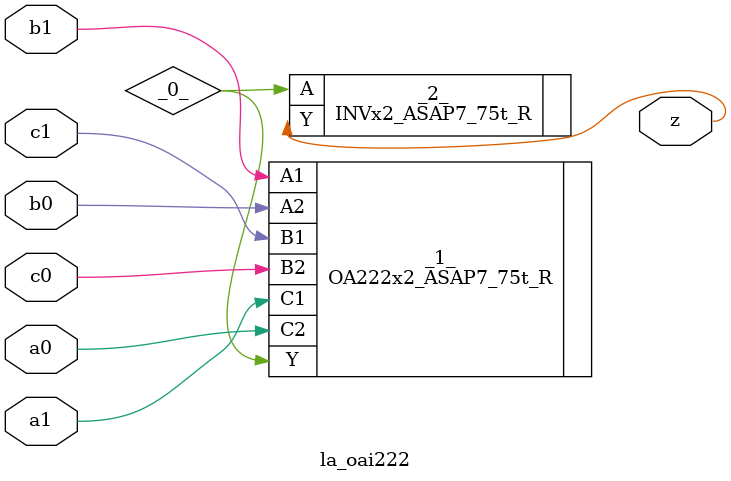
<source format=v>

/* Generated by Yosys 0.44 (git sha1 80ba43d26, g++ 11.4.0-1ubuntu1~22.04 -fPIC -O3) */

(* top =  1  *)
(* src = "inputs/la_oai222.v:10.1-24.10" *)
module la_oai222 (
    a0,
    a1,
    b0,
    b1,
    c0,
    c1,
    z
);
  wire _0_;
  (* src = "inputs/la_oai222.v:13.12-13.14" *)
  input a0;
  wire a0;
  (* src = "inputs/la_oai222.v:14.12-14.14" *)
  input a1;
  wire a1;
  (* src = "inputs/la_oai222.v:15.12-15.14" *)
  input b0;
  wire b0;
  (* src = "inputs/la_oai222.v:16.12-16.14" *)
  input b1;
  wire b1;
  (* src = "inputs/la_oai222.v:17.12-17.14" *)
  input c0;
  wire c0;
  (* src = "inputs/la_oai222.v:18.12-18.14" *)
  input c1;
  wire c1;
  (* src = "inputs/la_oai222.v:19.12-19.13" *)
  output z;
  wire z;
  OA222x2_ASAP7_75t_R _1_ (
      .A1(b1),
      .A2(b0),
      .B1(c1),
      .B2(c0),
      .C1(a1),
      .C2(a0),
      .Y (_0_)
  );
  INVx2_ASAP7_75t_R _2_ (
      .A(_0_),
      .Y(z)
  );
endmodule

</source>
